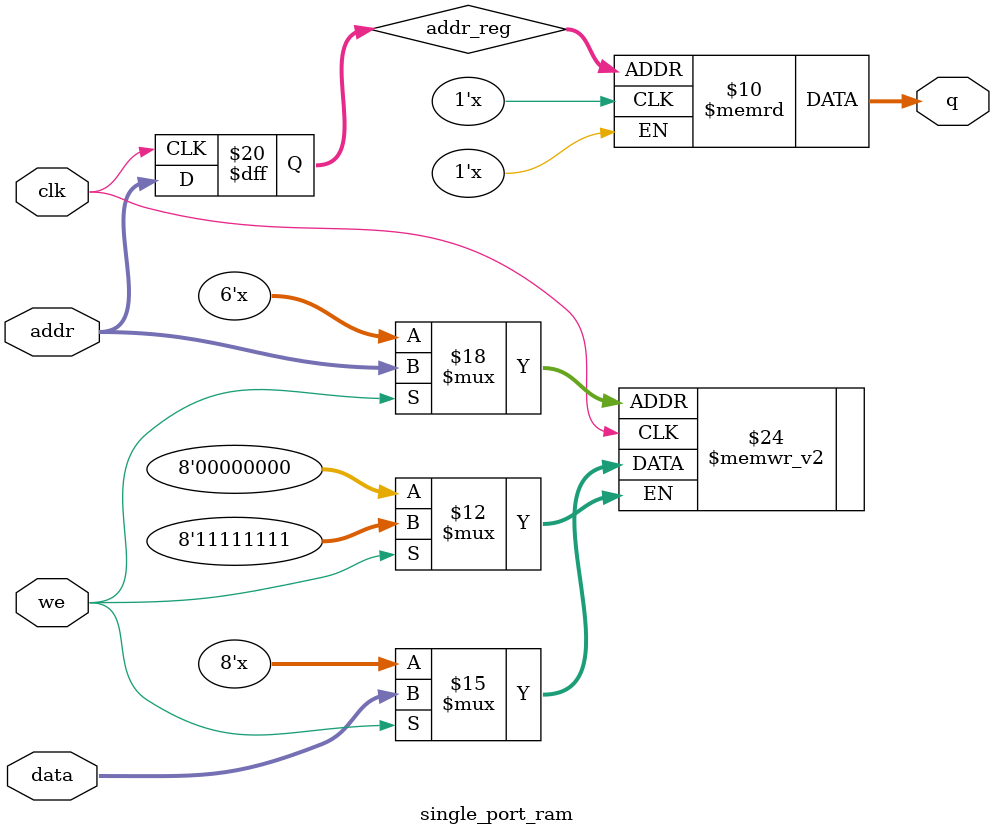
<source format=v>

module single_port_ram(
  input [7:0] data, // input data
  input [5:0] addr, // address
  input we, // write enable
  input clk, // clock
  output reg [7:0] q // output data
);

  reg [7:0] ram [63:0]; // 8x64 bit RAM
  reg [5:0] addr_reg; // address register

  always @ (posedge clk) begin
    if (we)
      ram[addr] <= data;
    addr_reg <= addr;  // Always update address register
  end

  always @ (*) begin
    q = ram[addr_reg]; // Continuous read
  end

endmodule

</source>
